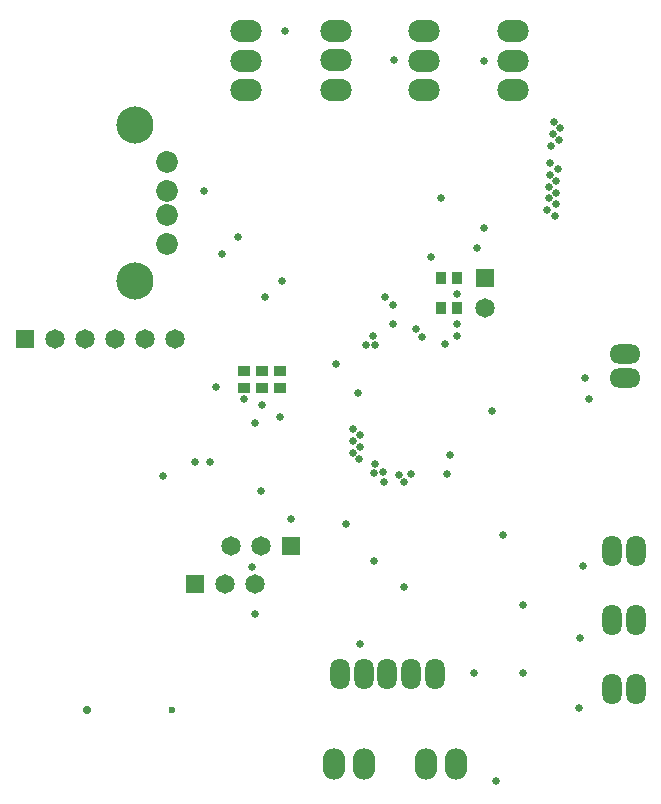
<source format=gbs>
G04*
G04 #@! TF.GenerationSoftware,Altium Limited,Altium Designer,23.3.1 (30)*
G04*
G04 Layer_Color=16711935*
%FSLAX25Y25*%
%MOIN*%
G70*
G04*
G04 #@! TF.SameCoordinates,6E427E01-6470-4732-AD83-5CA9447D70B9*
G04*
G04*
G04 #@! TF.FilePolarity,Negative*
G04*
G01*
G75*
%ADD48R,0.03740X0.04134*%
%ADD49R,0.04134X0.03740*%
%ADD67R,0.06496X0.06496*%
%ADD68C,0.06496*%
%ADD69R,0.06496X0.06496*%
%ADD70O,0.06496X0.10433*%
%ADD71C,0.12402*%
%ADD72C,0.07284*%
%ADD73O,0.10433X0.07480*%
%ADD74O,0.10433X0.06496*%
%ADD75O,0.07480X0.10433*%
%ADD76C,0.02362*%
%ADD77C,0.02874*%
%ADD78C,0.02559*%
D48*
X479856Y360300D02*
D03*
X474344D02*
D03*
X479912Y370300D02*
D03*
X474400D02*
D03*
D49*
X409000Y333744D02*
D03*
Y339256D02*
D03*
X415000Y333744D02*
D03*
Y339256D02*
D03*
X421000Y333744D02*
D03*
Y339256D02*
D03*
D67*
X489100Y370300D02*
D03*
D68*
Y360300D02*
D03*
X404500Y281000D02*
D03*
X414500D02*
D03*
X346000Y350000D02*
D03*
X356000D02*
D03*
X366000D02*
D03*
X376000D02*
D03*
X386000D02*
D03*
X402500Y268500D02*
D03*
X412500D02*
D03*
D69*
X424500Y281000D02*
D03*
X336000Y350000D02*
D03*
X392500Y268500D02*
D03*
D70*
X448752Y238500D02*
D03*
X456626D02*
D03*
X464500D02*
D03*
X440878D02*
D03*
X472374D02*
D03*
X539374Y279500D02*
D03*
X531500D02*
D03*
X539374Y233500D02*
D03*
X531500D02*
D03*
X539437Y256500D02*
D03*
X531563D02*
D03*
D71*
X372500Y369500D02*
D03*
Y421232D02*
D03*
D72*
X383169Y381587D02*
D03*
Y399303D02*
D03*
Y391429D02*
D03*
Y409146D02*
D03*
D73*
X498500Y433000D02*
D03*
Y452685D02*
D03*
Y442842D02*
D03*
X469000Y433000D02*
D03*
Y452685D02*
D03*
Y442842D02*
D03*
X409500Y433000D02*
D03*
Y452685D02*
D03*
Y442842D02*
D03*
X439500Y433157D02*
D03*
Y452843D02*
D03*
Y443000D02*
D03*
D74*
X536000Y344874D02*
D03*
Y337000D02*
D03*
D75*
X439000Y208500D02*
D03*
X449000D02*
D03*
X469500D02*
D03*
X479500D02*
D03*
D76*
X385000Y226500D02*
D03*
D77*
X356457D02*
D03*
D78*
X447407Y248315D02*
D03*
X479800Y351000D02*
D03*
X439500Y341700D02*
D03*
X474400Y396900D02*
D03*
X488978Y442788D02*
D03*
X422528Y452562D02*
D03*
X495300Y284800D02*
D03*
X452300Y276100D02*
D03*
X381900Y304400D02*
D03*
X411500Y274000D02*
D03*
X424525Y290002D02*
D03*
X414500Y299300D02*
D03*
X462100Y267300D02*
D03*
X501939Y261490D02*
D03*
X485600Y238600D02*
D03*
X501900D02*
D03*
X492700Y202700D02*
D03*
X512200Y422400D02*
D03*
X445324Y320064D02*
D03*
X447400Y318100D02*
D03*
X447100Y310100D02*
D03*
X447500Y314100D02*
D03*
X514200Y420400D02*
D03*
X511700Y418500D02*
D03*
X489000Y387000D02*
D03*
X445200Y316100D02*
D03*
X511100Y414500D02*
D03*
X513700Y416500D02*
D03*
X445300Y312200D02*
D03*
X471300Y377300D02*
D03*
X476000Y348500D02*
D03*
X455800Y364200D02*
D03*
X447000Y331900D02*
D03*
X458500Y361500D02*
D03*
X479900Y355200D02*
D03*
X480000Y365200D02*
D03*
X452602Y308283D02*
D03*
X455240Y305760D02*
D03*
X452200Y305300D02*
D03*
X510900Y408700D02*
D03*
X511000Y404700D02*
D03*
X513400Y406700D02*
D03*
X510500Y400650D02*
D03*
Y397000D02*
D03*
X513000Y402539D02*
D03*
X460358Y304653D02*
D03*
X513000Y398746D02*
D03*
X462280Y302221D02*
D03*
X455500Y302500D02*
D03*
X464374Y304874D02*
D03*
X510000Y393000D02*
D03*
X513000Y395000D02*
D03*
X477500Y311500D02*
D03*
X476500Y305000D02*
D03*
X491500Y326000D02*
D03*
X512500Y391000D02*
D03*
X458486Y355000D02*
D03*
X468200Y350700D02*
D03*
X466217Y353283D02*
D03*
X486500Y380500D02*
D03*
X443000Y288500D02*
D03*
X412500Y258500D02*
D03*
Y322000D02*
D03*
X399500Y334000D02*
D03*
X449500Y348000D02*
D03*
X395500Y399500D02*
D03*
X459000Y443000D02*
D03*
X421000Y324000D02*
D03*
X415000Y328000D02*
D03*
X409000Y330000D02*
D03*
X397500Y309000D02*
D03*
X392500D02*
D03*
X452000Y351012D02*
D03*
X452457Y347945D02*
D03*
X416000Y364000D02*
D03*
X401500Y378500D02*
D03*
X421500Y369500D02*
D03*
X407000Y384000D02*
D03*
X520500Y227000D02*
D03*
X521000Y250500D02*
D03*
X522000Y274500D02*
D03*
X524000Y330000D02*
D03*
X522500Y337000D02*
D03*
M02*

</source>
